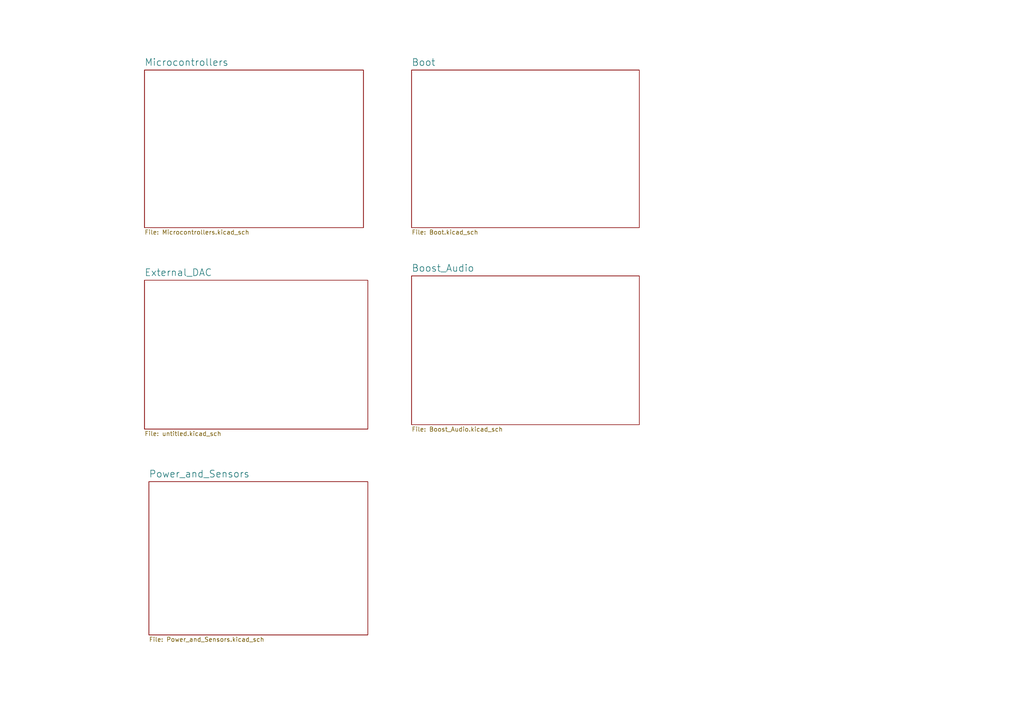
<source format=kicad_sch>
(kicad_sch (version 20230121) (generator eeschema)

  (uuid 5fa6a8c8-9ad6-4b48-aee7-61e4b0c7a157)

  (paper "A4")

  (lib_symbols
  )


  (sheet (at 43.18 139.7) (size 63.5 44.45) (fields_autoplaced)
    (stroke (width 0.1524) (type solid))
    (fill (color 0 0 0 0.0000))
    (uuid 06ef3357-2971-4ad6-a0af-a0ddd76277ec)
    (property "Sheetname" "Power_and_Sensors" (at 43.18 138.6234 0)
      (effects (font (size 2 2)) (justify left bottom))
    )
    (property "Sheetfile" "Power_and_Sensors.kicad_sch" (at 43.18 184.7346 0)
      (effects (font (size 1.27 1.27)) (justify left top))
    )
    (instances
      (project "PCB_Main_Final"
        (path "/5fa6a8c8-9ad6-4b48-aee7-61e4b0c7a157" (page "4"))
      )
    )
  )

  (sheet (at 119.38 20.32) (size 66.04 45.72) (fields_autoplaced)
    (stroke (width 0.1524) (type solid))
    (fill (color 0 0 0 0.0000))
    (uuid 5acdb9d0-82eb-43c5-a311-b1321d7746c8)
    (property "Sheetname" "Boot" (at 119.38 19.2434 0)
      (effects (font (size 2 2)) (justify left bottom))
    )
    (property "Sheetfile" "Boot.kicad_sch" (at 119.38 66.6246 0)
      (effects (font (size 1.27 1.27)) (justify left top))
    )
    (instances
      (project "PCB_Main_Final"
        (path "/5fa6a8c8-9ad6-4b48-aee7-61e4b0c7a157" (page "5"))
      )
    )
  )

  (sheet (at 41.91 81.28) (size 64.77 43.18) (fields_autoplaced)
    (stroke (width 0.1524) (type solid))
    (fill (color 0 0 0 0.0000))
    (uuid 8b7c8cc8-9480-405b-b5be-278f5e2d8027)
    (property "Sheetname" "External_DAC" (at 41.91 80.2034 0)
      (effects (font (size 2 2)) (justify left bottom))
    )
    (property "Sheetfile" "untitled.kicad_sch" (at 41.91 125.0446 0)
      (effects (font (size 1.27 1.27)) (justify left top))
    )
    (instances
      (project "PCB_Main_Final"
        (path "/5fa6a8c8-9ad6-4b48-aee7-61e4b0c7a157" (page "3"))
      )
    )
  )

  (sheet (at 41.91 20.32) (size 63.5 45.72) (fields_autoplaced)
    (stroke (width 0.1524) (type solid))
    (fill (color 0 0 0 0.0000))
    (uuid b81da27f-0b74-4b63-b489-33738d80b885)
    (property "Sheetname" "Microcontrollers" (at 41.91 19.2434 0)
      (effects (font (size 2 2)) (justify left bottom))
    )
    (property "Sheetfile" "Microcontrollers.kicad_sch" (at 41.91 66.6246 0)
      (effects (font (size 1.27 1.27)) (justify left top))
    )
    (instances
      (project "PCB_Main_Final"
        (path "/5fa6a8c8-9ad6-4b48-aee7-61e4b0c7a157" (page "2"))
      )
    )
  )

  (sheet (at 119.38 80.01) (size 66.04 43.18) (fields_autoplaced)
    (stroke (width 0.1524) (type solid))
    (fill (color 0 0 0 0.0000))
    (uuid bdf0f285-3102-40db-ae4c-716ea86a56c8)
    (property "Sheetname" "Boost_Audio" (at 119.38 78.9334 0)
      (effects (font (size 2 2)) (justify left bottom))
    )
    (property "Sheetfile" "Boost_Audio.kicad_sch" (at 119.38 123.7746 0)
      (effects (font (size 1.27 1.27)) (justify left top))
    )
    (instances
      (project "PCB_Main_Final"
        (path "/5fa6a8c8-9ad6-4b48-aee7-61e4b0c7a157" (page "6"))
      )
    )
  )

  (sheet_instances
    (path "/" (page "1"))
  )
)

</source>
